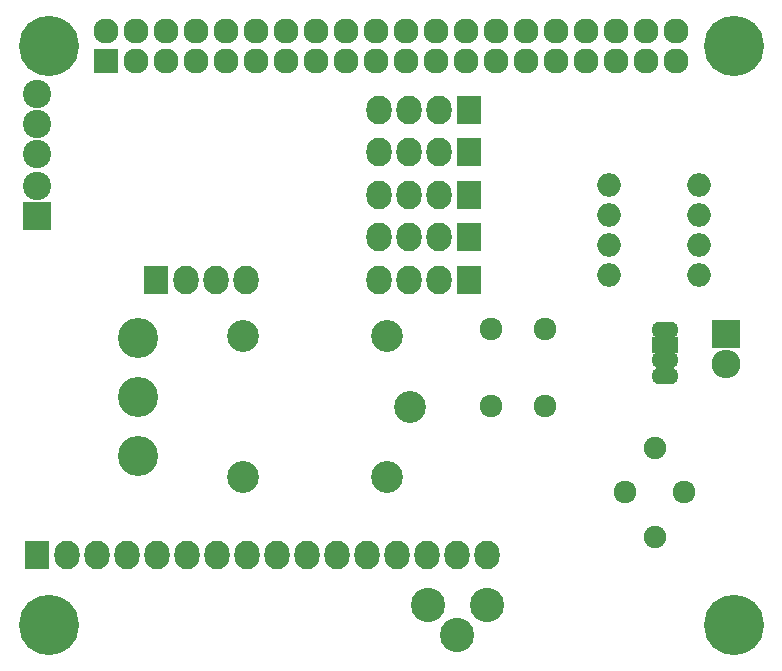
<source format=gbs>
G04 #@! TF.FileFunction,Soldermask,Bot*
%FSLAX46Y46*%
G04 Gerber Fmt 4.6, Leading zero omitted, Abs format (unit mm)*
G04 Created by KiCad (PCBNEW (2016-03-19 BZR 6630)-stable) date Fri 05 Aug 2016 07:03:03 PM EEST*
%MOMM*%
G01*
G04 APERTURE LIST*
%ADD10C,0.100000*%
%ADD11C,3.400000*%
%ADD12R,2.127200X2.127200*%
%ADD13O,2.127200X2.127200*%
%ADD14O,2.305000X1.400000*%
%ADD15R,2.305000X1.400000*%
%ADD16C,5.100000*%
%ADD17R,2.432000X2.432000*%
%ADD18O,2.432000X2.432000*%
%ADD19O,2.000000X2.000000*%
%ADD20R,2.127200X2.432000*%
%ADD21O,2.127200X2.432000*%
%ADD22C,2.400000*%
%ADD23R,2.400000X2.400000*%
%ADD24C,2.700000*%
%ADD25C,1.924000*%
%ADD26C,1.900000*%
%ADD27C,2.900000*%
G04 APERTURE END LIST*
D10*
D11*
X109050000Y-96810000D03*
X109050000Y-101810000D03*
X109050000Y-106810000D03*
D12*
X106370000Y-73370000D03*
D13*
X106370000Y-70830000D03*
X108910000Y-73370000D03*
X108910000Y-70830000D03*
X111450000Y-73370000D03*
X111450000Y-70830000D03*
X113990000Y-73370000D03*
X113990000Y-70830000D03*
X116530000Y-73370000D03*
X116530000Y-70830000D03*
X119070000Y-73370000D03*
X119070000Y-70830000D03*
X121610000Y-73370000D03*
X121610000Y-70830000D03*
X124150000Y-73370000D03*
X124150000Y-70830000D03*
X126690000Y-73370000D03*
X126690000Y-70830000D03*
X129230000Y-73370000D03*
X129230000Y-70830000D03*
X131770000Y-73370000D03*
X131770000Y-70830000D03*
X134310000Y-73370000D03*
X134310000Y-70830000D03*
X136850000Y-73370000D03*
X136850000Y-70830000D03*
X139390000Y-73370000D03*
X139390000Y-70830000D03*
X141930000Y-73370000D03*
X141930000Y-70830000D03*
X144470000Y-73370000D03*
X144470000Y-70830000D03*
X147010000Y-73370000D03*
X147010000Y-70830000D03*
X149550000Y-73370000D03*
X149550000Y-70830000D03*
X152090000Y-73370000D03*
X152090000Y-70830000D03*
X154630000Y-73370000D03*
X154630000Y-70830000D03*
D14*
X153700000Y-96100000D03*
D15*
X153700000Y-97400000D03*
D14*
X153700000Y-98700000D03*
X153700000Y-100000000D03*
D16*
X159500000Y-121100000D03*
X159500000Y-72100000D03*
X101500000Y-72100000D03*
X101500000Y-121100000D03*
D17*
X158800000Y-96500000D03*
D18*
X158800000Y-99040000D03*
D19*
X148970000Y-83860000D03*
X148970000Y-86400000D03*
X148970000Y-88940000D03*
X148970000Y-91480000D03*
X156590000Y-91480000D03*
X156590000Y-88940000D03*
X156590000Y-86400000D03*
X156590000Y-83860000D03*
D20*
X100540000Y-115202000D03*
D21*
X103080000Y-115202000D03*
X105620000Y-115202000D03*
X108160000Y-115202000D03*
X110700000Y-115202000D03*
X113240000Y-115202000D03*
X115780000Y-115202000D03*
X118320000Y-115202000D03*
X120860000Y-115202000D03*
X123400000Y-115202000D03*
X125940000Y-115202000D03*
X128480000Y-115202000D03*
X131020000Y-115202000D03*
X133560000Y-115202000D03*
X136100000Y-115202000D03*
X138640000Y-115202000D03*
D22*
X100540000Y-76140000D03*
X100540000Y-78680000D03*
X100540000Y-81220000D03*
D23*
X100520000Y-86500000D03*
D22*
X100520000Y-83960000D03*
D20*
X110600000Y-91900000D03*
D21*
X113140000Y-91900000D03*
X115680000Y-91900000D03*
X118220000Y-91900000D03*
D20*
X137100000Y-91900000D03*
D21*
X134560000Y-91900000D03*
X132020000Y-91900000D03*
X129480000Y-91900000D03*
D20*
X137100000Y-77500000D03*
D21*
X134560000Y-77500000D03*
X132020000Y-77500000D03*
X129480000Y-77500000D03*
D20*
X137100000Y-88300000D03*
D21*
X134560000Y-88300000D03*
X132020000Y-88300000D03*
X129480000Y-88300000D03*
D20*
X137100000Y-84700000D03*
D21*
X134560000Y-84700000D03*
X132020000Y-84700000D03*
X129480000Y-84700000D03*
D20*
X137100000Y-81100000D03*
D21*
X134560000Y-81100000D03*
X132020000Y-81100000D03*
X129480000Y-81100000D03*
D24*
X117920000Y-96620000D03*
X130120000Y-96620000D03*
X117920000Y-108620000D03*
X130120000Y-108620000D03*
X132120000Y-102620000D03*
D25*
X143480000Y-102580000D03*
X138980000Y-102580000D03*
X143480000Y-96080000D03*
X138980000Y-96080000D03*
X150310000Y-109880000D03*
X155310000Y-109880000D03*
D26*
X152810000Y-106130000D03*
X152810000Y-113630000D03*
D27*
X133590000Y-119430000D03*
X136090000Y-121930000D03*
X138590000Y-119430000D03*
M02*

</source>
